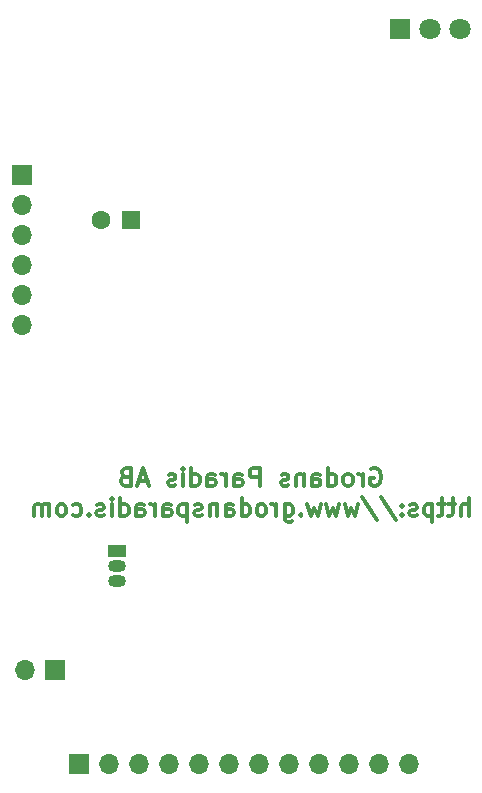
<source format=gbr>
%TF.GenerationSoftware,KiCad,Pcbnew,5.1.9+dfsg1-1*%
%TF.CreationDate,2021-05-25T18:36:33+02:00*%
%TF.ProjectId,vscp-din-wireless-esp8266-flat,76736370-2d64-4696-9e2d-776972656c65,rev?*%
%TF.SameCoordinates,Original*%
%TF.FileFunction,Soldermask,Bot*%
%TF.FilePolarity,Negative*%
%FSLAX46Y46*%
G04 Gerber Fmt 4.6, Leading zero omitted, Abs format (unit mm)*
G04 Created by KiCad (PCBNEW 5.1.9+dfsg1-1) date 2021-05-25 18:36:33*
%MOMM*%
%LPD*%
G01*
G04 APERTURE LIST*
%ADD10C,0.300000*%
%ADD11O,1.700000X1.700000*%
%ADD12R,1.700000X1.700000*%
%ADD13R,1.500000X1.050000*%
%ADD14O,1.500000X1.050000*%
%ADD15C,1.800000*%
%ADD16R,1.800000X1.800000*%
%ADD17C,1.600000*%
%ADD18R,1.600000X1.600000*%
G04 APERTURE END LIST*
D10*
X147607657Y-91320000D02*
X147750514Y-91248571D01*
X147964800Y-91248571D01*
X148179085Y-91320000D01*
X148321942Y-91462857D01*
X148393371Y-91605714D01*
X148464800Y-91891428D01*
X148464800Y-92105714D01*
X148393371Y-92391428D01*
X148321942Y-92534285D01*
X148179085Y-92677142D01*
X147964800Y-92748571D01*
X147821942Y-92748571D01*
X147607657Y-92677142D01*
X147536228Y-92605714D01*
X147536228Y-92105714D01*
X147821942Y-92105714D01*
X146893371Y-92748571D02*
X146893371Y-91748571D01*
X146893371Y-92034285D02*
X146821942Y-91891428D01*
X146750514Y-91820000D01*
X146607657Y-91748571D01*
X146464800Y-91748571D01*
X145750514Y-92748571D02*
X145893371Y-92677142D01*
X145964800Y-92605714D01*
X146036228Y-92462857D01*
X146036228Y-92034285D01*
X145964800Y-91891428D01*
X145893371Y-91820000D01*
X145750514Y-91748571D01*
X145536228Y-91748571D01*
X145393371Y-91820000D01*
X145321942Y-91891428D01*
X145250514Y-92034285D01*
X145250514Y-92462857D01*
X145321942Y-92605714D01*
X145393371Y-92677142D01*
X145536228Y-92748571D01*
X145750514Y-92748571D01*
X143964800Y-92748571D02*
X143964800Y-91248571D01*
X143964800Y-92677142D02*
X144107657Y-92748571D01*
X144393371Y-92748571D01*
X144536228Y-92677142D01*
X144607657Y-92605714D01*
X144679085Y-92462857D01*
X144679085Y-92034285D01*
X144607657Y-91891428D01*
X144536228Y-91820000D01*
X144393371Y-91748571D01*
X144107657Y-91748571D01*
X143964800Y-91820000D01*
X142607657Y-92748571D02*
X142607657Y-91962857D01*
X142679085Y-91820000D01*
X142821942Y-91748571D01*
X143107657Y-91748571D01*
X143250514Y-91820000D01*
X142607657Y-92677142D02*
X142750514Y-92748571D01*
X143107657Y-92748571D01*
X143250514Y-92677142D01*
X143321942Y-92534285D01*
X143321942Y-92391428D01*
X143250514Y-92248571D01*
X143107657Y-92177142D01*
X142750514Y-92177142D01*
X142607657Y-92105714D01*
X141893371Y-91748571D02*
X141893371Y-92748571D01*
X141893371Y-91891428D02*
X141821942Y-91820000D01*
X141679085Y-91748571D01*
X141464800Y-91748571D01*
X141321942Y-91820000D01*
X141250514Y-91962857D01*
X141250514Y-92748571D01*
X140607657Y-92677142D02*
X140464800Y-92748571D01*
X140179085Y-92748571D01*
X140036228Y-92677142D01*
X139964800Y-92534285D01*
X139964800Y-92462857D01*
X140036228Y-92320000D01*
X140179085Y-92248571D01*
X140393371Y-92248571D01*
X140536228Y-92177142D01*
X140607657Y-92034285D01*
X140607657Y-91962857D01*
X140536228Y-91820000D01*
X140393371Y-91748571D01*
X140179085Y-91748571D01*
X140036228Y-91820000D01*
X138179085Y-92748571D02*
X138179085Y-91248571D01*
X137607657Y-91248571D01*
X137464800Y-91320000D01*
X137393371Y-91391428D01*
X137321942Y-91534285D01*
X137321942Y-91748571D01*
X137393371Y-91891428D01*
X137464800Y-91962857D01*
X137607657Y-92034285D01*
X138179085Y-92034285D01*
X136036228Y-92748571D02*
X136036228Y-91962857D01*
X136107657Y-91820000D01*
X136250514Y-91748571D01*
X136536228Y-91748571D01*
X136679085Y-91820000D01*
X136036228Y-92677142D02*
X136179085Y-92748571D01*
X136536228Y-92748571D01*
X136679085Y-92677142D01*
X136750514Y-92534285D01*
X136750514Y-92391428D01*
X136679085Y-92248571D01*
X136536228Y-92177142D01*
X136179085Y-92177142D01*
X136036228Y-92105714D01*
X135321942Y-92748571D02*
X135321942Y-91748571D01*
X135321942Y-92034285D02*
X135250514Y-91891428D01*
X135179085Y-91820000D01*
X135036228Y-91748571D01*
X134893371Y-91748571D01*
X133750514Y-92748571D02*
X133750514Y-91962857D01*
X133821942Y-91820000D01*
X133964800Y-91748571D01*
X134250514Y-91748571D01*
X134393371Y-91820000D01*
X133750514Y-92677142D02*
X133893371Y-92748571D01*
X134250514Y-92748571D01*
X134393371Y-92677142D01*
X134464800Y-92534285D01*
X134464800Y-92391428D01*
X134393371Y-92248571D01*
X134250514Y-92177142D01*
X133893371Y-92177142D01*
X133750514Y-92105714D01*
X132393371Y-92748571D02*
X132393371Y-91248571D01*
X132393371Y-92677142D02*
X132536228Y-92748571D01*
X132821942Y-92748571D01*
X132964800Y-92677142D01*
X133036228Y-92605714D01*
X133107657Y-92462857D01*
X133107657Y-92034285D01*
X133036228Y-91891428D01*
X132964800Y-91820000D01*
X132821942Y-91748571D01*
X132536228Y-91748571D01*
X132393371Y-91820000D01*
X131679085Y-92748571D02*
X131679085Y-91748571D01*
X131679085Y-91248571D02*
X131750514Y-91320000D01*
X131679085Y-91391428D01*
X131607657Y-91320000D01*
X131679085Y-91248571D01*
X131679085Y-91391428D01*
X131036228Y-92677142D02*
X130893371Y-92748571D01*
X130607657Y-92748571D01*
X130464800Y-92677142D01*
X130393371Y-92534285D01*
X130393371Y-92462857D01*
X130464800Y-92320000D01*
X130607657Y-92248571D01*
X130821942Y-92248571D01*
X130964800Y-92177142D01*
X131036228Y-92034285D01*
X131036228Y-91962857D01*
X130964800Y-91820000D01*
X130821942Y-91748571D01*
X130607657Y-91748571D01*
X130464800Y-91820000D01*
X128679085Y-92320000D02*
X127964800Y-92320000D01*
X128821942Y-92748571D02*
X128321942Y-91248571D01*
X127821942Y-92748571D01*
X126821942Y-91962857D02*
X126607657Y-92034285D01*
X126536228Y-92105714D01*
X126464800Y-92248571D01*
X126464800Y-92462857D01*
X126536228Y-92605714D01*
X126607657Y-92677142D01*
X126750514Y-92748571D01*
X127321942Y-92748571D01*
X127321942Y-91248571D01*
X126821942Y-91248571D01*
X126679085Y-91320000D01*
X126607657Y-91391428D01*
X126536228Y-91534285D01*
X126536228Y-91677142D01*
X126607657Y-91820000D01*
X126679085Y-91891428D01*
X126821942Y-91962857D01*
X127321942Y-91962857D01*
X155857657Y-95298571D02*
X155857657Y-93798571D01*
X155214800Y-95298571D02*
X155214800Y-94512857D01*
X155286228Y-94370000D01*
X155429085Y-94298571D01*
X155643371Y-94298571D01*
X155786228Y-94370000D01*
X155857657Y-94441428D01*
X154714800Y-94298571D02*
X154143371Y-94298571D01*
X154500514Y-93798571D02*
X154500514Y-95084285D01*
X154429085Y-95227142D01*
X154286228Y-95298571D01*
X154143371Y-95298571D01*
X153857657Y-94298571D02*
X153286228Y-94298571D01*
X153643371Y-93798571D02*
X153643371Y-95084285D01*
X153571942Y-95227142D01*
X153429085Y-95298571D01*
X153286228Y-95298571D01*
X152786228Y-94298571D02*
X152786228Y-95798571D01*
X152786228Y-94370000D02*
X152643371Y-94298571D01*
X152357657Y-94298571D01*
X152214800Y-94370000D01*
X152143371Y-94441428D01*
X152071942Y-94584285D01*
X152071942Y-95012857D01*
X152143371Y-95155714D01*
X152214800Y-95227142D01*
X152357657Y-95298571D01*
X152643371Y-95298571D01*
X152786228Y-95227142D01*
X151500514Y-95227142D02*
X151357657Y-95298571D01*
X151071942Y-95298571D01*
X150929085Y-95227142D01*
X150857657Y-95084285D01*
X150857657Y-95012857D01*
X150929085Y-94870000D01*
X151071942Y-94798571D01*
X151286228Y-94798571D01*
X151429085Y-94727142D01*
X151500514Y-94584285D01*
X151500514Y-94512857D01*
X151429085Y-94370000D01*
X151286228Y-94298571D01*
X151071942Y-94298571D01*
X150929085Y-94370000D01*
X150214800Y-95155714D02*
X150143371Y-95227142D01*
X150214800Y-95298571D01*
X150286228Y-95227142D01*
X150214800Y-95155714D01*
X150214800Y-95298571D01*
X150214800Y-94370000D02*
X150143371Y-94441428D01*
X150214800Y-94512857D01*
X150286228Y-94441428D01*
X150214800Y-94370000D01*
X150214800Y-94512857D01*
X148429085Y-93727142D02*
X149714800Y-95655714D01*
X146857657Y-93727142D02*
X148143371Y-95655714D01*
X146500514Y-94298571D02*
X146214800Y-95298571D01*
X145929085Y-94584285D01*
X145643371Y-95298571D01*
X145357657Y-94298571D01*
X144929085Y-94298571D02*
X144643371Y-95298571D01*
X144357657Y-94584285D01*
X144071942Y-95298571D01*
X143786228Y-94298571D01*
X143357657Y-94298571D02*
X143071942Y-95298571D01*
X142786228Y-94584285D01*
X142500514Y-95298571D01*
X142214800Y-94298571D01*
X141643371Y-95155714D02*
X141571942Y-95227142D01*
X141643371Y-95298571D01*
X141714800Y-95227142D01*
X141643371Y-95155714D01*
X141643371Y-95298571D01*
X140286228Y-94298571D02*
X140286228Y-95512857D01*
X140357657Y-95655714D01*
X140429085Y-95727142D01*
X140571942Y-95798571D01*
X140786228Y-95798571D01*
X140929085Y-95727142D01*
X140286228Y-95227142D02*
X140429085Y-95298571D01*
X140714800Y-95298571D01*
X140857657Y-95227142D01*
X140929085Y-95155714D01*
X141000514Y-95012857D01*
X141000514Y-94584285D01*
X140929085Y-94441428D01*
X140857657Y-94370000D01*
X140714800Y-94298571D01*
X140429085Y-94298571D01*
X140286228Y-94370000D01*
X139571942Y-95298571D02*
X139571942Y-94298571D01*
X139571942Y-94584285D02*
X139500514Y-94441428D01*
X139429085Y-94370000D01*
X139286228Y-94298571D01*
X139143371Y-94298571D01*
X138429085Y-95298571D02*
X138571942Y-95227142D01*
X138643371Y-95155714D01*
X138714800Y-95012857D01*
X138714800Y-94584285D01*
X138643371Y-94441428D01*
X138571942Y-94370000D01*
X138429085Y-94298571D01*
X138214800Y-94298571D01*
X138071942Y-94370000D01*
X138000514Y-94441428D01*
X137929085Y-94584285D01*
X137929085Y-95012857D01*
X138000514Y-95155714D01*
X138071942Y-95227142D01*
X138214800Y-95298571D01*
X138429085Y-95298571D01*
X136643371Y-95298571D02*
X136643371Y-93798571D01*
X136643371Y-95227142D02*
X136786228Y-95298571D01*
X137071942Y-95298571D01*
X137214800Y-95227142D01*
X137286228Y-95155714D01*
X137357657Y-95012857D01*
X137357657Y-94584285D01*
X137286228Y-94441428D01*
X137214800Y-94370000D01*
X137071942Y-94298571D01*
X136786228Y-94298571D01*
X136643371Y-94370000D01*
X135286228Y-95298571D02*
X135286228Y-94512857D01*
X135357657Y-94370000D01*
X135500514Y-94298571D01*
X135786228Y-94298571D01*
X135929085Y-94370000D01*
X135286228Y-95227142D02*
X135429085Y-95298571D01*
X135786228Y-95298571D01*
X135929085Y-95227142D01*
X136000514Y-95084285D01*
X136000514Y-94941428D01*
X135929085Y-94798571D01*
X135786228Y-94727142D01*
X135429085Y-94727142D01*
X135286228Y-94655714D01*
X134571942Y-94298571D02*
X134571942Y-95298571D01*
X134571942Y-94441428D02*
X134500514Y-94370000D01*
X134357657Y-94298571D01*
X134143371Y-94298571D01*
X134000514Y-94370000D01*
X133929085Y-94512857D01*
X133929085Y-95298571D01*
X133286228Y-95227142D02*
X133143371Y-95298571D01*
X132857657Y-95298571D01*
X132714800Y-95227142D01*
X132643371Y-95084285D01*
X132643371Y-95012857D01*
X132714800Y-94870000D01*
X132857657Y-94798571D01*
X133071942Y-94798571D01*
X133214800Y-94727142D01*
X133286228Y-94584285D01*
X133286228Y-94512857D01*
X133214800Y-94370000D01*
X133071942Y-94298571D01*
X132857657Y-94298571D01*
X132714800Y-94370000D01*
X132000514Y-94298571D02*
X132000514Y-95798571D01*
X132000514Y-94370000D02*
X131857657Y-94298571D01*
X131571942Y-94298571D01*
X131429085Y-94370000D01*
X131357657Y-94441428D01*
X131286228Y-94584285D01*
X131286228Y-95012857D01*
X131357657Y-95155714D01*
X131429085Y-95227142D01*
X131571942Y-95298571D01*
X131857657Y-95298571D01*
X132000514Y-95227142D01*
X130000514Y-95298571D02*
X130000514Y-94512857D01*
X130071942Y-94370000D01*
X130214800Y-94298571D01*
X130500514Y-94298571D01*
X130643371Y-94370000D01*
X130000514Y-95227142D02*
X130143371Y-95298571D01*
X130500514Y-95298571D01*
X130643371Y-95227142D01*
X130714800Y-95084285D01*
X130714800Y-94941428D01*
X130643371Y-94798571D01*
X130500514Y-94727142D01*
X130143371Y-94727142D01*
X130000514Y-94655714D01*
X129286228Y-95298571D02*
X129286228Y-94298571D01*
X129286228Y-94584285D02*
X129214800Y-94441428D01*
X129143371Y-94370000D01*
X129000514Y-94298571D01*
X128857657Y-94298571D01*
X127714800Y-95298571D02*
X127714800Y-94512857D01*
X127786228Y-94370000D01*
X127929085Y-94298571D01*
X128214800Y-94298571D01*
X128357657Y-94370000D01*
X127714800Y-95227142D02*
X127857657Y-95298571D01*
X128214800Y-95298571D01*
X128357657Y-95227142D01*
X128429085Y-95084285D01*
X128429085Y-94941428D01*
X128357657Y-94798571D01*
X128214800Y-94727142D01*
X127857657Y-94727142D01*
X127714800Y-94655714D01*
X126357657Y-95298571D02*
X126357657Y-93798571D01*
X126357657Y-95227142D02*
X126500514Y-95298571D01*
X126786228Y-95298571D01*
X126929085Y-95227142D01*
X127000514Y-95155714D01*
X127071942Y-95012857D01*
X127071942Y-94584285D01*
X127000514Y-94441428D01*
X126929085Y-94370000D01*
X126786228Y-94298571D01*
X126500514Y-94298571D01*
X126357657Y-94370000D01*
X125643371Y-95298571D02*
X125643371Y-94298571D01*
X125643371Y-93798571D02*
X125714800Y-93870000D01*
X125643371Y-93941428D01*
X125571942Y-93870000D01*
X125643371Y-93798571D01*
X125643371Y-93941428D01*
X125000514Y-95227142D02*
X124857657Y-95298571D01*
X124571942Y-95298571D01*
X124429085Y-95227142D01*
X124357657Y-95084285D01*
X124357657Y-95012857D01*
X124429085Y-94870000D01*
X124571942Y-94798571D01*
X124786228Y-94798571D01*
X124929085Y-94727142D01*
X125000514Y-94584285D01*
X125000514Y-94512857D01*
X124929085Y-94370000D01*
X124786228Y-94298571D01*
X124571942Y-94298571D01*
X124429085Y-94370000D01*
X123714800Y-95155714D02*
X123643371Y-95227142D01*
X123714800Y-95298571D01*
X123786228Y-95227142D01*
X123714800Y-95155714D01*
X123714800Y-95298571D01*
X122357657Y-95227142D02*
X122500514Y-95298571D01*
X122786228Y-95298571D01*
X122929085Y-95227142D01*
X123000514Y-95155714D01*
X123071942Y-95012857D01*
X123071942Y-94584285D01*
X123000514Y-94441428D01*
X122929085Y-94370000D01*
X122786228Y-94298571D01*
X122500514Y-94298571D01*
X122357657Y-94370000D01*
X121500514Y-95298571D02*
X121643371Y-95227142D01*
X121714800Y-95155714D01*
X121786228Y-95012857D01*
X121786228Y-94584285D01*
X121714800Y-94441428D01*
X121643371Y-94370000D01*
X121500514Y-94298571D01*
X121286228Y-94298571D01*
X121143371Y-94370000D01*
X121071942Y-94441428D01*
X121000514Y-94584285D01*
X121000514Y-95012857D01*
X121071942Y-95155714D01*
X121143371Y-95227142D01*
X121286228Y-95298571D01*
X121500514Y-95298571D01*
X120357657Y-95298571D02*
X120357657Y-94298571D01*
X120357657Y-94441428D02*
X120286228Y-94370000D01*
X120143371Y-94298571D01*
X119929085Y-94298571D01*
X119786228Y-94370000D01*
X119714800Y-94512857D01*
X119714800Y-95298571D01*
X119714800Y-94512857D02*
X119643371Y-94370000D01*
X119500514Y-94298571D01*
X119286228Y-94298571D01*
X119143371Y-94370000D01*
X119071942Y-94512857D01*
X119071942Y-95298571D01*
D11*
%TO.C,J1*%
X150787100Y-116306600D03*
X148247100Y-116306600D03*
X145707100Y-116306600D03*
X143167100Y-116306600D03*
X140627100Y-116306600D03*
X138087100Y-116306600D03*
X135547100Y-116306600D03*
X133007100Y-116306600D03*
X130467100Y-116306600D03*
X127927100Y-116306600D03*
X125387100Y-116306600D03*
D12*
X122847100Y-116306600D03*
%TD*%
D13*
%TO.C,Q1*%
X126072900Y-98234500D03*
D14*
X126072900Y-100774500D03*
X126072900Y-99504500D03*
%TD*%
D11*
%TO.C,J4*%
X118275100Y-108331000D03*
D12*
X120815100Y-108331000D03*
%TD*%
D15*
%TO.C,D1*%
X155100000Y-54102000D03*
X152560000Y-54102000D03*
D16*
X150020000Y-54102000D03*
%TD*%
D17*
%TO.C,C2*%
X124741300Y-70205600D03*
D18*
X127241300Y-70205600D03*
%TD*%
D12*
%TO.C,J3*%
X118010600Y-66395000D03*
D11*
X118010600Y-68935000D03*
X118010600Y-71475000D03*
X118010600Y-74015000D03*
X118010600Y-76555000D03*
X118010600Y-79095000D03*
%TD*%
M02*

</source>
